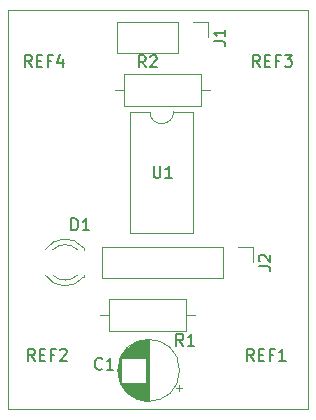
<source format=gbr>
%TF.GenerationSoftware,KiCad,Pcbnew,(6.0.0)*%
%TF.CreationDate,2022-02-06T14:28:58-06:00*%
%TF.ProjectId,moduloSonidoPCB,6d6f6475-6c6f-4536-9f6e-69646f504342,rev?*%
%TF.SameCoordinates,Original*%
%TF.FileFunction,Legend,Top*%
%TF.FilePolarity,Positive*%
%FSLAX46Y46*%
G04 Gerber Fmt 4.6, Leading zero omitted, Abs format (unit mm)*
G04 Created by KiCad (PCBNEW (6.0.0)) date 2022-02-06 14:28:58*
%MOMM*%
%LPD*%
G01*
G04 APERTURE LIST*
%TA.AperFunction,Profile*%
%ADD10C,0.100000*%
%TD*%
%ADD11C,0.150000*%
%ADD12C,0.120000*%
G04 APERTURE END LIST*
D10*
X116586000Y-76327000D02*
X141986000Y-76327000D01*
X141986000Y-76327000D02*
X141986000Y-110109000D01*
X141986000Y-110109000D02*
X116586000Y-110109000D01*
X116586000Y-110109000D02*
X116586000Y-76327000D01*
D11*
%TO.C,R2*%
X128230333Y-81140380D02*
X127897000Y-80664190D01*
X127658904Y-81140380D02*
X127658904Y-80140380D01*
X128039857Y-80140380D01*
X128135095Y-80188000D01*
X128182714Y-80235619D01*
X128230333Y-80330857D01*
X128230333Y-80473714D01*
X128182714Y-80568952D01*
X128135095Y-80616571D01*
X128039857Y-80664190D01*
X127658904Y-80664190D01*
X128611285Y-80235619D02*
X128658904Y-80188000D01*
X128754142Y-80140380D01*
X128992238Y-80140380D01*
X129087476Y-80188000D01*
X129135095Y-80235619D01*
X129182714Y-80330857D01*
X129182714Y-80426095D01*
X129135095Y-80568952D01*
X128563666Y-81140380D01*
X129182714Y-81140380D01*
%TO.C,J1*%
X133989380Y-78946333D02*
X134703666Y-78946333D01*
X134846523Y-78993952D01*
X134941761Y-79089190D01*
X134989380Y-79232047D01*
X134989380Y-79327285D01*
X134989380Y-77946333D02*
X134989380Y-78517761D01*
X134989380Y-78232047D02*
X133989380Y-78232047D01*
X134132238Y-78327285D01*
X134227476Y-78422523D01*
X134275095Y-78517761D01*
%TO.C,REF1*%
X137382380Y-105989380D02*
X137049047Y-105513190D01*
X136810952Y-105989380D02*
X136810952Y-104989380D01*
X137191904Y-104989380D01*
X137287142Y-105037000D01*
X137334761Y-105084619D01*
X137382380Y-105179857D01*
X137382380Y-105322714D01*
X137334761Y-105417952D01*
X137287142Y-105465571D01*
X137191904Y-105513190D01*
X136810952Y-105513190D01*
X137810952Y-105465571D02*
X138144285Y-105465571D01*
X138287142Y-105989380D02*
X137810952Y-105989380D01*
X137810952Y-104989380D01*
X138287142Y-104989380D01*
X139049047Y-105465571D02*
X138715714Y-105465571D01*
X138715714Y-105989380D02*
X138715714Y-104989380D01*
X139191904Y-104989380D01*
X140096666Y-105989380D02*
X139525238Y-105989380D01*
X139810952Y-105989380D02*
X139810952Y-104989380D01*
X139715714Y-105132238D01*
X139620476Y-105227476D01*
X139525238Y-105275095D01*
%TO.C,C1*%
X124547333Y-106656142D02*
X124499714Y-106703761D01*
X124356857Y-106751380D01*
X124261619Y-106751380D01*
X124118761Y-106703761D01*
X124023523Y-106608523D01*
X123975904Y-106513285D01*
X123928285Y-106322809D01*
X123928285Y-106179952D01*
X123975904Y-105989476D01*
X124023523Y-105894238D01*
X124118761Y-105799000D01*
X124261619Y-105751380D01*
X124356857Y-105751380D01*
X124499714Y-105799000D01*
X124547333Y-105846619D01*
X125499714Y-106751380D02*
X124928285Y-106751380D01*
X125214000Y-106751380D02*
X125214000Y-105751380D01*
X125118761Y-105894238D01*
X125023523Y-105989476D01*
X124928285Y-106037095D01*
%TO.C,REF3*%
X137890380Y-81097380D02*
X137557047Y-80621190D01*
X137318952Y-81097380D02*
X137318952Y-80097380D01*
X137699904Y-80097380D01*
X137795142Y-80145000D01*
X137842761Y-80192619D01*
X137890380Y-80287857D01*
X137890380Y-80430714D01*
X137842761Y-80525952D01*
X137795142Y-80573571D01*
X137699904Y-80621190D01*
X137318952Y-80621190D01*
X138318952Y-80573571D02*
X138652285Y-80573571D01*
X138795142Y-81097380D02*
X138318952Y-81097380D01*
X138318952Y-80097380D01*
X138795142Y-80097380D01*
X139557047Y-80573571D02*
X139223714Y-80573571D01*
X139223714Y-81097380D02*
X139223714Y-80097380D01*
X139699904Y-80097380D01*
X139985619Y-80097380D02*
X140604666Y-80097380D01*
X140271333Y-80478333D01*
X140414190Y-80478333D01*
X140509428Y-80525952D01*
X140557047Y-80573571D01*
X140604666Y-80668809D01*
X140604666Y-80906904D01*
X140557047Y-81002142D01*
X140509428Y-81049761D01*
X140414190Y-81097380D01*
X140128476Y-81097380D01*
X140033238Y-81049761D01*
X139985619Y-81002142D01*
%TO.C,U1*%
X128905095Y-89495380D02*
X128905095Y-90304904D01*
X128952714Y-90400142D01*
X129000333Y-90447761D01*
X129095571Y-90495380D01*
X129286047Y-90495380D01*
X129381285Y-90447761D01*
X129428904Y-90400142D01*
X129476523Y-90304904D01*
X129476523Y-89495380D01*
X130476523Y-90495380D02*
X129905095Y-90495380D01*
X130190809Y-90495380D02*
X130190809Y-89495380D01*
X130095571Y-89638238D01*
X130000333Y-89733476D01*
X129905095Y-89781095D01*
%TO.C,REF2*%
X118840380Y-105989380D02*
X118507047Y-105513190D01*
X118268952Y-105989380D02*
X118268952Y-104989380D01*
X118649904Y-104989380D01*
X118745142Y-105037000D01*
X118792761Y-105084619D01*
X118840380Y-105179857D01*
X118840380Y-105322714D01*
X118792761Y-105417952D01*
X118745142Y-105465571D01*
X118649904Y-105513190D01*
X118268952Y-105513190D01*
X119268952Y-105465571D02*
X119602285Y-105465571D01*
X119745142Y-105989380D02*
X119268952Y-105989380D01*
X119268952Y-104989380D01*
X119745142Y-104989380D01*
X120507047Y-105465571D02*
X120173714Y-105465571D01*
X120173714Y-105989380D02*
X120173714Y-104989380D01*
X120649904Y-104989380D01*
X120983238Y-105084619D02*
X121030857Y-105037000D01*
X121126095Y-104989380D01*
X121364190Y-104989380D01*
X121459428Y-105037000D01*
X121507047Y-105084619D01*
X121554666Y-105179857D01*
X121554666Y-105275095D01*
X121507047Y-105417952D01*
X120935619Y-105989380D01*
X121554666Y-105989380D01*
%TO.C,D1*%
X121938904Y-94940380D02*
X121938904Y-93940380D01*
X122177000Y-93940380D01*
X122319857Y-93988000D01*
X122415095Y-94083238D01*
X122462714Y-94178476D01*
X122510333Y-94368952D01*
X122510333Y-94511809D01*
X122462714Y-94702285D01*
X122415095Y-94797523D01*
X122319857Y-94892761D01*
X122177000Y-94940380D01*
X121938904Y-94940380D01*
X123462714Y-94940380D02*
X122891285Y-94940380D01*
X123177000Y-94940380D02*
X123177000Y-93940380D01*
X123081761Y-94083238D01*
X122986523Y-94178476D01*
X122891285Y-94226095D01*
%TO.C,J2*%
X137794380Y-97996333D02*
X138508666Y-97996333D01*
X138651523Y-98043952D01*
X138746761Y-98139190D01*
X138794380Y-98282047D01*
X138794380Y-98377285D01*
X137889619Y-97567761D02*
X137842000Y-97520142D01*
X137794380Y-97424904D01*
X137794380Y-97186809D01*
X137842000Y-97091571D01*
X137889619Y-97043952D01*
X137984857Y-96996333D01*
X138080095Y-96996333D01*
X138222952Y-97043952D01*
X138794380Y-97615380D01*
X138794380Y-96996333D01*
%TO.C,REF4*%
X118586380Y-81097380D02*
X118253047Y-80621190D01*
X118014952Y-81097380D02*
X118014952Y-80097380D01*
X118395904Y-80097380D01*
X118491142Y-80145000D01*
X118538761Y-80192619D01*
X118586380Y-80287857D01*
X118586380Y-80430714D01*
X118538761Y-80525952D01*
X118491142Y-80573571D01*
X118395904Y-80621190D01*
X118014952Y-80621190D01*
X119014952Y-80573571D02*
X119348285Y-80573571D01*
X119491142Y-81097380D02*
X119014952Y-81097380D01*
X119014952Y-80097380D01*
X119491142Y-80097380D01*
X120253047Y-80573571D02*
X119919714Y-80573571D01*
X119919714Y-81097380D02*
X119919714Y-80097380D01*
X120395904Y-80097380D01*
X121205428Y-80430714D02*
X121205428Y-81097380D01*
X120967333Y-80049761D02*
X120729238Y-80764047D01*
X121348285Y-80764047D01*
%TO.C,R1*%
X131405333Y-104719380D02*
X131072000Y-104243190D01*
X130833904Y-104719380D02*
X130833904Y-103719380D01*
X131214857Y-103719380D01*
X131310095Y-103767000D01*
X131357714Y-103814619D01*
X131405333Y-103909857D01*
X131405333Y-104052714D01*
X131357714Y-104147952D01*
X131310095Y-104195571D01*
X131214857Y-104243190D01*
X130833904Y-104243190D01*
X132357714Y-104719380D02*
X131786285Y-104719380D01*
X132072000Y-104719380D02*
X132072000Y-103719380D01*
X131976761Y-103862238D01*
X131881523Y-103957476D01*
X131786285Y-104005095D01*
D12*
%TO.C,R2*%
X132937000Y-84428000D02*
X132937000Y-81688000D01*
X132937000Y-81688000D02*
X126397000Y-81688000D01*
X125627000Y-83058000D02*
X126397000Y-83058000D01*
X133707000Y-83058000D02*
X132937000Y-83058000D01*
X126397000Y-81688000D02*
X126397000Y-84428000D01*
X126397000Y-84428000D02*
X132937000Y-84428000D01*
%TO.C,J1*%
X130937000Y-77283000D02*
X130937000Y-79943000D01*
X133537000Y-77283000D02*
X133537000Y-78613000D01*
X130937000Y-79943000D02*
X125797000Y-79943000D01*
X125797000Y-77283000D02*
X125797000Y-79943000D01*
X130937000Y-77283000D02*
X125797000Y-77283000D01*
X132207000Y-77283000D02*
X133537000Y-77283000D01*
%TO.C,C1*%
X126518113Y-105767000D02*
X126518113Y-105108000D01*
X127558113Y-109221000D02*
X127558113Y-107847000D01*
X126758113Y-108744000D02*
X126758113Y-107847000D01*
X126398113Y-105767000D02*
X126398113Y-105253000D01*
X126158113Y-107985000D02*
X126158113Y-105629000D01*
X127118113Y-105767000D02*
X127118113Y-104607000D01*
X126478113Y-105767000D02*
X126478113Y-105154000D01*
X127999113Y-109343000D02*
X127999113Y-107847000D01*
X127879113Y-109318000D02*
X127879113Y-107847000D01*
X127158113Y-105767000D02*
X127158113Y-104583000D01*
X128239113Y-109376000D02*
X128239113Y-107847000D01*
X127158113Y-109031000D02*
X127158113Y-107847000D01*
X127799113Y-105767000D02*
X127799113Y-104316000D01*
X126078113Y-107818000D02*
X126078113Y-105796000D01*
X131033888Y-108532000D02*
X131033888Y-108032000D01*
X126398113Y-108361000D02*
X126398113Y-107847000D01*
X126318113Y-105767000D02*
X126318113Y-105364000D01*
X126518113Y-108506000D02*
X126518113Y-107847000D01*
X127758113Y-105767000D02*
X127758113Y-104327000D01*
X126998113Y-108929000D02*
X126998113Y-107847000D01*
X126358113Y-105767000D02*
X126358113Y-105307000D01*
X126998113Y-105767000D02*
X126998113Y-104685000D01*
X126598113Y-108592000D02*
X126598113Y-107847000D01*
X128319113Y-109383000D02*
X128319113Y-104231000D01*
X127999113Y-105767000D02*
X127999113Y-104271000D01*
X127358113Y-105767000D02*
X127358113Y-104478000D01*
X127318113Y-109117000D02*
X127318113Y-107847000D01*
X131283888Y-108282000D02*
X130783888Y-108282000D01*
X127879113Y-105767000D02*
X127879113Y-104296000D01*
X127438113Y-105767000D02*
X127438113Y-104442000D01*
X126278113Y-108190000D02*
X126278113Y-107847000D01*
X128039113Y-105767000D02*
X128039113Y-104264000D01*
X127198113Y-105767000D02*
X127198113Y-104560000D01*
X125918113Y-107325000D02*
X125918113Y-106289000D01*
X126678113Y-108671000D02*
X126678113Y-107847000D01*
X125998113Y-107612000D02*
X125998113Y-106002000D01*
X126638113Y-105767000D02*
X126638113Y-104981000D01*
X127718113Y-105767000D02*
X127718113Y-104339000D01*
X127558113Y-105767000D02*
X127558113Y-104393000D01*
X127278113Y-105767000D02*
X127278113Y-104517000D01*
X127038113Y-105767000D02*
X127038113Y-104658000D01*
X128159113Y-109368000D02*
X128159113Y-107847000D01*
X128279113Y-109380000D02*
X128279113Y-104234000D01*
X127358113Y-109136000D02*
X127358113Y-107847000D01*
X128359113Y-109385000D02*
X128359113Y-104229000D01*
X126598113Y-105767000D02*
X126598113Y-105022000D01*
X127318113Y-105767000D02*
X127318113Y-104497000D01*
X127799113Y-109298000D02*
X127799113Y-107847000D01*
X127078113Y-105767000D02*
X127078113Y-104632000D01*
X126878113Y-108842000D02*
X126878113Y-107847000D01*
X127839113Y-105767000D02*
X127839113Y-104306000D01*
X128039113Y-109350000D02*
X128039113Y-107847000D01*
X127638113Y-109249000D02*
X127638113Y-107847000D01*
X127438113Y-109172000D02*
X127438113Y-107847000D01*
X126958113Y-108902000D02*
X126958113Y-107847000D01*
X127118113Y-109007000D02*
X127118113Y-107847000D01*
X126838113Y-108811000D02*
X126838113Y-107847000D01*
X127959113Y-109335000D02*
X127959113Y-107847000D01*
X125878113Y-107091000D02*
X125878113Y-106523000D01*
X126838113Y-105767000D02*
X126838113Y-104803000D01*
X126718113Y-105767000D02*
X126718113Y-104906000D01*
X127038113Y-108956000D02*
X127038113Y-107847000D01*
X127518113Y-109205000D02*
X127518113Y-107847000D01*
X126678113Y-105767000D02*
X126678113Y-104943000D01*
X126278113Y-105767000D02*
X126278113Y-105424000D01*
X126558113Y-108550000D02*
X126558113Y-107847000D01*
X126238113Y-108126000D02*
X126238113Y-107847000D01*
X126878113Y-105767000D02*
X126878113Y-104772000D01*
X127678113Y-109262000D02*
X127678113Y-107847000D01*
X127198113Y-109054000D02*
X127198113Y-107847000D01*
X126638113Y-108633000D02*
X126638113Y-107847000D01*
X126438113Y-108412000D02*
X126438113Y-107847000D01*
X126038113Y-107722000D02*
X126038113Y-105892000D01*
X127678113Y-105767000D02*
X127678113Y-104352000D01*
X127919113Y-109327000D02*
X127919113Y-107847000D01*
X126318113Y-108250000D02*
X126318113Y-107847000D01*
X128079113Y-109357000D02*
X128079113Y-107847000D01*
X126438113Y-105767000D02*
X126438113Y-105202000D01*
X126798113Y-105767000D02*
X126798113Y-104836000D01*
X127598113Y-105767000D02*
X127598113Y-104379000D01*
X126918113Y-105767000D02*
X126918113Y-104742000D01*
X127718113Y-109275000D02*
X127718113Y-107847000D01*
X127638113Y-105767000D02*
X127638113Y-104365000D01*
X126118113Y-107905000D02*
X126118113Y-105709000D01*
X128079113Y-105767000D02*
X128079113Y-104257000D01*
X128399113Y-109386000D02*
X128399113Y-104228000D01*
X127238113Y-105767000D02*
X127238113Y-104539000D01*
X127598113Y-109235000D02*
X127598113Y-107847000D01*
X127398113Y-105767000D02*
X127398113Y-104459000D01*
X128479113Y-109387000D02*
X128479113Y-104227000D01*
X127478113Y-109189000D02*
X127478113Y-107847000D01*
X126918113Y-108872000D02*
X126918113Y-107847000D01*
X128199113Y-105767000D02*
X128199113Y-104242000D01*
X127238113Y-109075000D02*
X127238113Y-107847000D01*
X127919113Y-105767000D02*
X127919113Y-104287000D01*
X126238113Y-105767000D02*
X126238113Y-105488000D01*
X127478113Y-105767000D02*
X127478113Y-104425000D01*
X128199113Y-109372000D02*
X128199113Y-107847000D01*
X127078113Y-108982000D02*
X127078113Y-107847000D01*
X128119113Y-105767000D02*
X128119113Y-104251000D01*
X128439113Y-109387000D02*
X128439113Y-104227000D01*
X126718113Y-108708000D02*
X126718113Y-107847000D01*
X126198113Y-105767000D02*
X126198113Y-105556000D01*
X126958113Y-105767000D02*
X126958113Y-104712000D01*
X125958113Y-107484000D02*
X125958113Y-106130000D01*
X126558113Y-105767000D02*
X126558113Y-105064000D01*
X127278113Y-109097000D02*
X127278113Y-107847000D01*
X127839113Y-109308000D02*
X127839113Y-107847000D01*
X126198113Y-108058000D02*
X126198113Y-107847000D01*
X127959113Y-105767000D02*
X127959113Y-104279000D01*
X128119113Y-109363000D02*
X128119113Y-107847000D01*
X127758113Y-109287000D02*
X127758113Y-107847000D01*
X126358113Y-108307000D02*
X126358113Y-107847000D01*
X128159113Y-105767000D02*
X128159113Y-104246000D01*
X127518113Y-105767000D02*
X127518113Y-104409000D01*
X126798113Y-108778000D02*
X126798113Y-107847000D01*
X127398113Y-109155000D02*
X127398113Y-107847000D01*
X126758113Y-105767000D02*
X126758113Y-104870000D01*
X126478113Y-108460000D02*
X126478113Y-107847000D01*
X128239113Y-105767000D02*
X128239113Y-104238000D01*
X131099113Y-106807000D02*
G75*
G03*
X131099113Y-106807000I-2620000J0D01*
G01*
%TO.C,U1*%
X126942000Y-95193000D02*
X132242000Y-95193000D01*
X126942000Y-84913000D02*
X126942000Y-95193000D01*
X132242000Y-84913000D02*
X130592000Y-84913000D01*
X128592000Y-84913000D02*
X126942000Y-84913000D01*
X132242000Y-95193000D02*
X132242000Y-84913000D01*
X128592000Y-84913000D02*
G75*
G03*
X130592000Y-84913000I1000000J0D01*
G01*
%TO.C,D1*%
X122972000Y-96583000D02*
X122972000Y-96427000D01*
X122972000Y-98899000D02*
X122972000Y-98743000D01*
X122452961Y-96583000D02*
G75*
G03*
X120370870Y-96583163I-1040961J-1080000D01*
G01*
X120370870Y-98742837D02*
G75*
G03*
X122452961Y-98743000I1041130J1079837D01*
G01*
X119739665Y-98741608D02*
G75*
G03*
X122972000Y-98898516I1672335J1078609D01*
G01*
X122972000Y-96427484D02*
G75*
G03*
X119739665Y-96584392I-1560000J-1235517D01*
G01*
%TO.C,J2*%
X134742000Y-96333000D02*
X134742000Y-98993000D01*
X134742000Y-96333000D02*
X124522000Y-96333000D01*
X137342000Y-96333000D02*
X137342000Y-97663000D01*
X134742000Y-98993000D02*
X124522000Y-98993000D01*
X124522000Y-96333000D02*
X124522000Y-98993000D01*
X136012000Y-96333000D02*
X137342000Y-96333000D01*
%TO.C,R1*%
X124357000Y-102108000D02*
X125127000Y-102108000D01*
X125127000Y-100738000D02*
X125127000Y-103478000D01*
X132437000Y-102108000D02*
X131667000Y-102108000D01*
X125127000Y-103478000D02*
X131667000Y-103478000D01*
X131667000Y-100738000D02*
X125127000Y-100738000D01*
X131667000Y-103478000D02*
X131667000Y-100738000D01*
%TD*%
M02*

</source>
